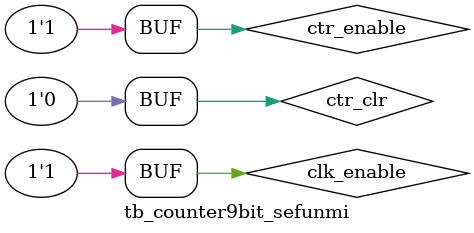
<source format=v>


`timescale 1ns/100ps

module tb_counter9bit_sefunmi();
   reg        clk_enable;	// Locally-created clock enable signal
   reg        ctr_enable;	// Locally-created counter enable signal
   reg        ctr_clr;		// Locally-created counter clear signal
   wire       clk_out;		// Clock produced by the clk module
   wire [8:0] count1, count2;	// Counter outputs for the two 4-bit counters

// Instantiate the clock generator with a period of 100 ns
   clk #(100) clk1(clk_enable, clk_out);

// Intantiate two versions of the counter. ctr1 uses the default values.
// ctr2 overrides the default values of the parameters with #(20,30) ns.
   counter9bit_sefunmi          ctr1(ctr_enable, ctr_clr, clk_out, count1);
   counter9bit_sefunmi #(20,30) ctr2(ctr_enable, ctr_clr, clk_out, count2);

// Sequence the ENABLE and CLR signals
   initial begin
      clk_enable = 1;
      ctr_enable = 0;
      ctr_clr = 0;
      #10  ctr_clr = 1;
      #40  ctr_clr = 0;
      #50  ctr_enable = 1;
      #400 ctr_enable = 0;
      #200 ctr_enable = 1;
      #300 ctr_clr = 1;
      #60  ctr_clr = 0;
   end

endmodule
</source>
